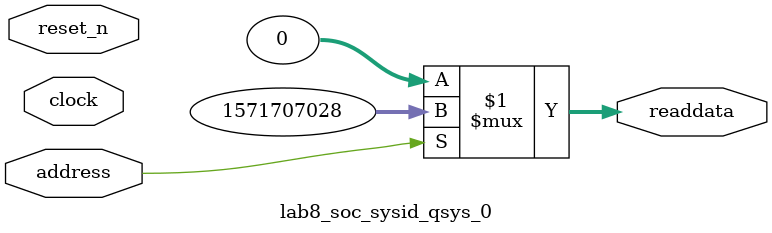
<source format=v>



// synthesis translate_off
`timescale 1ns / 1ps
// synthesis translate_on

// turn off superfluous verilog processor warnings 
// altera message_level Level1 
// altera message_off 10034 10035 10036 10037 10230 10240 10030 

module lab8_soc_sysid_qsys_0 (
               // inputs:
                address,
                clock,
                reset_n,

               // outputs:
                readdata
             )
;

  output  [ 31: 0] readdata;
  input            address;
  input            clock;
  input            reset_n;

  wire    [ 31: 0] readdata;
  //control_slave, which is an e_avalon_slave
  assign readdata = address ? 1571707028 : 0;

endmodule



</source>
